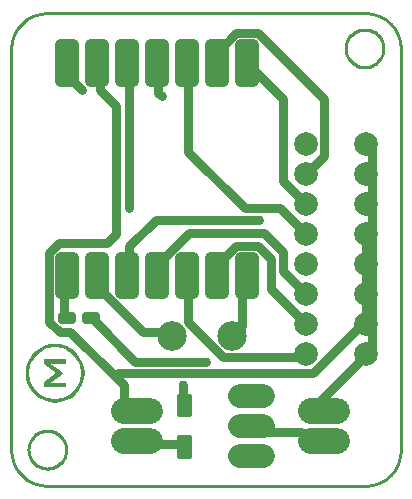
<source format=gtl>
G04 EAGLE Gerber RS-274X export*
G75*
%MOMM*%
%FSLAX34Y34*%
%LPD*%
%INTop Layer*%
%IPPOS*%
%AMOC8*
5,1,8,0,0,1.08239X$1,22.5*%
G01*
%ADD10C,0.000000*%
%ADD11C,0.001000*%
%ADD12C,2.200000*%
%ADD13C,2.000000*%
%ADD14C,0.500000*%
%ADD15C,0.254000*%
%ADD16C,2.500000*%
%ADD17C,1.000000*%
%ADD18R,0.200000X0.200000*%
%ADD19C,2.000000*%
%ADD20C,0.750000*%
%ADD21C,0.756400*%
%ADD22C,0.200000*%
%ADD23C,0.254000*%

G36*
X42030Y70752D02*
X42030Y70752D01*
X42030Y70753D01*
X42031Y70752D01*
X46713Y72203D01*
X46714Y72203D01*
X50952Y74498D01*
X54647Y77538D01*
X57699Y81222D01*
X57699Y81223D01*
X60008Y85452D01*
X60008Y85453D01*
X60009Y85453D01*
X61475Y90127D01*
X61475Y90128D01*
X61476Y90128D01*
X62000Y95348D01*
X62001Y95349D01*
X62000Y95349D01*
X62001Y95350D01*
X61476Y100371D01*
X61476Y100372D01*
X60010Y105047D01*
X60009Y105047D01*
X60009Y105048D01*
X57701Y109277D01*
X57700Y109278D01*
X54649Y112962D01*
X54648Y112962D01*
X54648Y112963D01*
X50953Y116002D01*
X50953Y116003D01*
X46714Y118297D01*
X42031Y119747D01*
X37004Y120253D01*
X37003Y120252D01*
X37003Y120253D01*
X31976Y119747D01*
X27293Y118297D01*
X27292Y118297D01*
X23053Y116003D01*
X23053Y116002D01*
X19357Y112963D01*
X19357Y112962D01*
X16305Y109278D01*
X16305Y109277D01*
X16304Y109277D01*
X13995Y105048D01*
X13995Y105047D01*
X12528Y100372D01*
X12528Y100371D01*
X12003Y95350D01*
X12004Y95349D01*
X12003Y95349D01*
X12528Y90128D01*
X12529Y90128D01*
X12529Y90127D01*
X13996Y85453D01*
X13996Y85452D01*
X16305Y81223D01*
X16306Y81223D01*
X16306Y81222D01*
X19358Y77538D01*
X19359Y77538D01*
X23054Y74498D01*
X23055Y74498D01*
X27293Y72203D01*
X27294Y72203D01*
X31976Y70752D01*
X31977Y70753D01*
X31977Y70752D01*
X37003Y70246D01*
X37004Y70246D01*
X42030Y70752D01*
G37*
%LPC*%
G36*
X34765Y73485D02*
X34765Y73485D01*
X32593Y73816D01*
X30496Y74355D01*
X28487Y75090D01*
X26575Y76011D01*
X24772Y77107D01*
X23087Y78366D01*
X21531Y79779D01*
X20126Y81326D01*
X18873Y83000D01*
X17782Y84792D01*
X16864Y86691D01*
X16129Y88686D01*
X15588Y90768D01*
X15251Y92926D01*
X15130Y95349D01*
X15129Y95350D01*
X15251Y97572D01*
X15587Y99730D01*
X16128Y101812D01*
X16863Y103808D01*
X17781Y105707D01*
X18873Y107499D01*
X20126Y109174D01*
X21531Y110720D01*
X23087Y112131D01*
X24772Y113390D01*
X26575Y114486D01*
X28487Y115407D01*
X30496Y116143D01*
X32593Y116682D01*
X34765Y117013D01*
X37004Y117126D01*
X39241Y117013D01*
X41413Y116682D01*
X43509Y116143D01*
X45518Y115407D01*
X47429Y114486D01*
X49232Y113390D01*
X50915Y112131D01*
X52469Y110720D01*
X53874Y109174D01*
X55128Y107499D01*
X56219Y105707D01*
X57138Y103808D01*
X57873Y101812D01*
X58415Y99730D01*
X58752Y97572D01*
X58874Y95350D01*
X58874Y95349D01*
X58751Y92926D01*
X58414Y90768D01*
X57872Y88686D01*
X57137Y86691D01*
X56218Y84792D01*
X55127Y83000D01*
X53874Y81326D01*
X52469Y79779D01*
X50915Y78366D01*
X49232Y77107D01*
X47429Y76011D01*
X45518Y75090D01*
X43509Y74355D01*
X41413Y73816D01*
X39241Y73485D01*
X37004Y73372D01*
X34765Y73485D01*
G37*
%LPD*%
G36*
X45858Y83558D02*
X45858Y83558D01*
X45904Y83560D01*
X45949Y83567D01*
X45992Y83577D01*
X45992Y83578D01*
X46033Y83593D01*
X46034Y83593D01*
X46073Y83612D01*
X46074Y83612D01*
X46111Y83635D01*
X46111Y83636D01*
X46147Y83662D01*
X46147Y83663D01*
X46147Y83662D01*
X46181Y83693D01*
X46210Y83726D01*
X46211Y83726D01*
X46237Y83762D01*
X46259Y83800D01*
X46278Y83840D01*
X46293Y83882D01*
X46304Y83925D01*
X46311Y83969D01*
X46310Y83969D01*
X46311Y83969D01*
X46313Y84013D01*
X46313Y86728D01*
X46311Y86774D01*
X46310Y86774D01*
X46311Y86774D01*
X46304Y86819D01*
X46293Y86862D01*
X46278Y86903D01*
X46278Y86904D01*
X46259Y86943D01*
X46237Y86980D01*
X46211Y87015D01*
X46210Y87015D01*
X46181Y87048D01*
X46147Y87081D01*
X46112Y87110D01*
X46111Y87110D01*
X46074Y87134D01*
X46073Y87134D01*
X46034Y87154D01*
X46033Y87154D01*
X45992Y87170D01*
X45949Y87181D01*
X45904Y87188D01*
X45858Y87191D01*
X45858Y87190D01*
X45857Y87191D01*
X33000Y87191D01*
X34307Y88143D01*
X43531Y94869D01*
X43575Y94902D01*
X43575Y94903D01*
X43576Y94903D01*
X43614Y94941D01*
X43614Y94942D01*
X43615Y94942D01*
X43648Y94984D01*
X43675Y95030D01*
X43675Y95031D01*
X43697Y95079D01*
X43713Y95130D01*
X43722Y95181D01*
X43722Y95182D01*
X43726Y95234D01*
X43722Y95289D01*
X43713Y95343D01*
X43713Y95344D01*
X43698Y95395D01*
X43697Y95395D01*
X43697Y95396D01*
X43676Y95445D01*
X43650Y95492D01*
X43649Y95492D01*
X43617Y95535D01*
X43580Y95574D01*
X43538Y95609D01*
X39604Y98502D01*
X38293Y99466D01*
X33058Y103315D01*
X45857Y103315D01*
X45858Y103315D01*
X45904Y103317D01*
X45904Y103318D01*
X45904Y103317D01*
X45949Y103324D01*
X45992Y103334D01*
X45992Y103335D01*
X45992Y103334D01*
X46033Y103350D01*
X46034Y103350D01*
X46073Y103369D01*
X46074Y103369D01*
X46111Y103393D01*
X46112Y103393D01*
X46147Y103421D01*
X46147Y103422D01*
X46181Y103454D01*
X46210Y103487D01*
X46211Y103487D01*
X46237Y103523D01*
X46259Y103561D01*
X46278Y103601D01*
X46293Y103643D01*
X46304Y103686D01*
X46311Y103730D01*
X46310Y103730D01*
X46311Y103730D01*
X46313Y103774D01*
X46313Y106482D01*
X46311Y106529D01*
X46310Y106529D01*
X46311Y106529D01*
X46304Y106574D01*
X46304Y106575D01*
X46293Y106618D01*
X46293Y106619D01*
X46278Y106661D01*
X46278Y106662D01*
X46259Y106702D01*
X46237Y106740D01*
X46237Y106741D01*
X46211Y106776D01*
X46210Y106776D01*
X46181Y106809D01*
X46147Y106838D01*
X46147Y106839D01*
X46111Y106865D01*
X46074Y106887D01*
X46073Y106887D01*
X46034Y106906D01*
X46033Y106906D01*
X45992Y106921D01*
X45949Y106932D01*
X45904Y106939D01*
X45858Y106941D01*
X45857Y106941D01*
X28494Y106941D01*
X28337Y106926D01*
X28336Y106926D01*
X28188Y106882D01*
X28187Y106882D01*
X28052Y106812D01*
X28051Y106812D01*
X27932Y106718D01*
X27932Y106717D01*
X27931Y106717D01*
X27832Y106603D01*
X27832Y106602D01*
X27756Y106468D01*
X27756Y106467D01*
X27708Y106317D01*
X27708Y106316D01*
X27691Y106152D01*
X27691Y106151D01*
X27691Y103106D01*
X27694Y103052D01*
X27694Y103051D01*
X27703Y103000D01*
X27704Y102999D01*
X27719Y102949D01*
X27739Y102901D01*
X27740Y102900D01*
X27766Y102854D01*
X27796Y102811D01*
X27797Y102811D01*
X27832Y102771D01*
X27871Y102734D01*
X27872Y102734D01*
X38065Y95234D01*
X27872Y87772D01*
X27872Y87771D01*
X27871Y87771D01*
X27832Y87736D01*
X27832Y87735D01*
X27797Y87696D01*
X27796Y87696D01*
X27766Y87653D01*
X27740Y87607D01*
X27739Y87607D01*
X27719Y87559D01*
X27719Y87558D01*
X27704Y87508D01*
X27703Y87508D01*
X27694Y87456D01*
X27691Y87403D01*
X27691Y84351D01*
X27708Y84186D01*
X27708Y84185D01*
X27756Y84034D01*
X27832Y83899D01*
X27931Y83783D01*
X27932Y83783D01*
X27932Y83782D01*
X28051Y83688D01*
X28052Y83688D01*
X28187Y83617D01*
X28188Y83617D01*
X28336Y83573D01*
X28337Y83573D01*
X28494Y83558D01*
X45857Y83558D01*
X45858Y83558D01*
G37*
D10*
X283050Y370160D02*
X283055Y370553D01*
X283069Y370945D01*
X283093Y371337D01*
X283127Y371728D01*
X283170Y372119D01*
X283223Y372508D01*
X283286Y372895D01*
X283357Y373281D01*
X283439Y373666D01*
X283529Y374048D01*
X283630Y374427D01*
X283739Y374805D01*
X283858Y375179D01*
X283985Y375550D01*
X284122Y375918D01*
X284268Y376283D01*
X284423Y376644D01*
X284586Y377001D01*
X284758Y377354D01*
X284939Y377702D01*
X285129Y378046D01*
X285326Y378386D01*
X285532Y378720D01*
X285746Y379049D01*
X285969Y379373D01*
X286199Y379691D01*
X286436Y380004D01*
X286682Y380310D01*
X286935Y380611D01*
X287195Y380905D01*
X287462Y381193D01*
X287736Y381474D01*
X288017Y381748D01*
X288305Y382015D01*
X288599Y382275D01*
X288900Y382528D01*
X289206Y382774D01*
X289519Y383011D01*
X289837Y383241D01*
X290161Y383464D01*
X290490Y383678D01*
X290824Y383884D01*
X291164Y384081D01*
X291508Y384271D01*
X291856Y384452D01*
X292209Y384624D01*
X292566Y384787D01*
X292927Y384942D01*
X293292Y385088D01*
X293660Y385225D01*
X294031Y385352D01*
X294405Y385471D01*
X294783Y385580D01*
X295162Y385681D01*
X295544Y385771D01*
X295929Y385853D01*
X296315Y385924D01*
X296702Y385987D01*
X297091Y386040D01*
X297482Y386083D01*
X297873Y386117D01*
X298265Y386141D01*
X298657Y386155D01*
X299050Y386160D01*
X299443Y386155D01*
X299835Y386141D01*
X300227Y386117D01*
X300618Y386083D01*
X301009Y386040D01*
X301398Y385987D01*
X301785Y385924D01*
X302171Y385853D01*
X302556Y385771D01*
X302938Y385681D01*
X303317Y385580D01*
X303695Y385471D01*
X304069Y385352D01*
X304440Y385225D01*
X304808Y385088D01*
X305173Y384942D01*
X305534Y384787D01*
X305891Y384624D01*
X306244Y384452D01*
X306592Y384271D01*
X306936Y384081D01*
X307276Y383884D01*
X307610Y383678D01*
X307939Y383464D01*
X308263Y383241D01*
X308581Y383011D01*
X308894Y382774D01*
X309200Y382528D01*
X309501Y382275D01*
X309795Y382015D01*
X310083Y381748D01*
X310364Y381474D01*
X310638Y381193D01*
X310905Y380905D01*
X311165Y380611D01*
X311418Y380310D01*
X311664Y380004D01*
X311901Y379691D01*
X312131Y379373D01*
X312354Y379049D01*
X312568Y378720D01*
X312774Y378386D01*
X312971Y378046D01*
X313161Y377702D01*
X313342Y377354D01*
X313514Y377001D01*
X313677Y376644D01*
X313832Y376283D01*
X313978Y375918D01*
X314115Y375550D01*
X314242Y375179D01*
X314361Y374805D01*
X314470Y374427D01*
X314571Y374048D01*
X314661Y373666D01*
X314743Y373281D01*
X314814Y372895D01*
X314877Y372508D01*
X314930Y372119D01*
X314973Y371728D01*
X315007Y371337D01*
X315031Y370945D01*
X315045Y370553D01*
X315050Y370160D01*
X315045Y369767D01*
X315031Y369375D01*
X315007Y368983D01*
X314973Y368592D01*
X314930Y368201D01*
X314877Y367812D01*
X314814Y367425D01*
X314743Y367039D01*
X314661Y366654D01*
X314571Y366272D01*
X314470Y365893D01*
X314361Y365515D01*
X314242Y365141D01*
X314115Y364770D01*
X313978Y364402D01*
X313832Y364037D01*
X313677Y363676D01*
X313514Y363319D01*
X313342Y362966D01*
X313161Y362618D01*
X312971Y362274D01*
X312774Y361934D01*
X312568Y361600D01*
X312354Y361271D01*
X312131Y360947D01*
X311901Y360629D01*
X311664Y360316D01*
X311418Y360010D01*
X311165Y359709D01*
X310905Y359415D01*
X310638Y359127D01*
X310364Y358846D01*
X310083Y358572D01*
X309795Y358305D01*
X309501Y358045D01*
X309200Y357792D01*
X308894Y357546D01*
X308581Y357309D01*
X308263Y357079D01*
X307939Y356856D01*
X307610Y356642D01*
X307276Y356436D01*
X306936Y356239D01*
X306592Y356049D01*
X306244Y355868D01*
X305891Y355696D01*
X305534Y355533D01*
X305173Y355378D01*
X304808Y355232D01*
X304440Y355095D01*
X304069Y354968D01*
X303695Y354849D01*
X303317Y354740D01*
X302938Y354639D01*
X302556Y354549D01*
X302171Y354467D01*
X301785Y354396D01*
X301398Y354333D01*
X301009Y354280D01*
X300618Y354237D01*
X300227Y354203D01*
X299835Y354179D01*
X299443Y354165D01*
X299050Y354160D01*
X298657Y354165D01*
X298265Y354179D01*
X297873Y354203D01*
X297482Y354237D01*
X297091Y354280D01*
X296702Y354333D01*
X296315Y354396D01*
X295929Y354467D01*
X295544Y354549D01*
X295162Y354639D01*
X294783Y354740D01*
X294405Y354849D01*
X294031Y354968D01*
X293660Y355095D01*
X293292Y355232D01*
X292927Y355378D01*
X292566Y355533D01*
X292209Y355696D01*
X291856Y355868D01*
X291508Y356049D01*
X291164Y356239D01*
X290824Y356436D01*
X290490Y356642D01*
X290161Y356856D01*
X289837Y357079D01*
X289519Y357309D01*
X289206Y357546D01*
X288900Y357792D01*
X288599Y358045D01*
X288305Y358305D01*
X288017Y358572D01*
X287736Y358846D01*
X287462Y359127D01*
X287195Y359415D01*
X286935Y359709D01*
X286682Y360010D01*
X286436Y360316D01*
X286199Y360629D01*
X285969Y360947D01*
X285746Y361271D01*
X285532Y361600D01*
X285326Y361934D01*
X285129Y362274D01*
X284939Y362618D01*
X284758Y362966D01*
X284586Y363319D01*
X284423Y363676D01*
X284268Y364037D01*
X284122Y364402D01*
X283985Y364770D01*
X283858Y365141D01*
X283739Y365515D01*
X283630Y365893D01*
X283529Y366272D01*
X283439Y366654D01*
X283357Y367039D01*
X283286Y367425D01*
X283223Y367812D01*
X283170Y368201D01*
X283127Y368592D01*
X283093Y368983D01*
X283069Y369375D01*
X283055Y369767D01*
X283050Y370160D01*
X14480Y30480D02*
X14485Y30873D01*
X14499Y31265D01*
X14523Y31657D01*
X14557Y32048D01*
X14600Y32439D01*
X14653Y32828D01*
X14716Y33215D01*
X14787Y33601D01*
X14869Y33986D01*
X14959Y34368D01*
X15060Y34747D01*
X15169Y35125D01*
X15288Y35499D01*
X15415Y35870D01*
X15552Y36238D01*
X15698Y36603D01*
X15853Y36964D01*
X16016Y37321D01*
X16188Y37674D01*
X16369Y38022D01*
X16559Y38366D01*
X16756Y38706D01*
X16962Y39040D01*
X17176Y39369D01*
X17399Y39693D01*
X17629Y40011D01*
X17866Y40324D01*
X18112Y40630D01*
X18365Y40931D01*
X18625Y41225D01*
X18892Y41513D01*
X19166Y41794D01*
X19447Y42068D01*
X19735Y42335D01*
X20029Y42595D01*
X20330Y42848D01*
X20636Y43094D01*
X20949Y43331D01*
X21267Y43561D01*
X21591Y43784D01*
X21920Y43998D01*
X22254Y44204D01*
X22594Y44401D01*
X22938Y44591D01*
X23286Y44772D01*
X23639Y44944D01*
X23996Y45107D01*
X24357Y45262D01*
X24722Y45408D01*
X25090Y45545D01*
X25461Y45672D01*
X25835Y45791D01*
X26213Y45900D01*
X26592Y46001D01*
X26974Y46091D01*
X27359Y46173D01*
X27745Y46244D01*
X28132Y46307D01*
X28521Y46360D01*
X28912Y46403D01*
X29303Y46437D01*
X29695Y46461D01*
X30087Y46475D01*
X30480Y46480D01*
X30873Y46475D01*
X31265Y46461D01*
X31657Y46437D01*
X32048Y46403D01*
X32439Y46360D01*
X32828Y46307D01*
X33215Y46244D01*
X33601Y46173D01*
X33986Y46091D01*
X34368Y46001D01*
X34747Y45900D01*
X35125Y45791D01*
X35499Y45672D01*
X35870Y45545D01*
X36238Y45408D01*
X36603Y45262D01*
X36964Y45107D01*
X37321Y44944D01*
X37674Y44772D01*
X38022Y44591D01*
X38366Y44401D01*
X38706Y44204D01*
X39040Y43998D01*
X39369Y43784D01*
X39693Y43561D01*
X40011Y43331D01*
X40324Y43094D01*
X40630Y42848D01*
X40931Y42595D01*
X41225Y42335D01*
X41513Y42068D01*
X41794Y41794D01*
X42068Y41513D01*
X42335Y41225D01*
X42595Y40931D01*
X42848Y40630D01*
X43094Y40324D01*
X43331Y40011D01*
X43561Y39693D01*
X43784Y39369D01*
X43998Y39040D01*
X44204Y38706D01*
X44401Y38366D01*
X44591Y38022D01*
X44772Y37674D01*
X44944Y37321D01*
X45107Y36964D01*
X45262Y36603D01*
X45408Y36238D01*
X45545Y35870D01*
X45672Y35499D01*
X45791Y35125D01*
X45900Y34747D01*
X46001Y34368D01*
X46091Y33986D01*
X46173Y33601D01*
X46244Y33215D01*
X46307Y32828D01*
X46360Y32439D01*
X46403Y32048D01*
X46437Y31657D01*
X46461Y31265D01*
X46475Y30873D01*
X46480Y30480D01*
X46475Y30087D01*
X46461Y29695D01*
X46437Y29303D01*
X46403Y28912D01*
X46360Y28521D01*
X46307Y28132D01*
X46244Y27745D01*
X46173Y27359D01*
X46091Y26974D01*
X46001Y26592D01*
X45900Y26213D01*
X45791Y25835D01*
X45672Y25461D01*
X45545Y25090D01*
X45408Y24722D01*
X45262Y24357D01*
X45107Y23996D01*
X44944Y23639D01*
X44772Y23286D01*
X44591Y22938D01*
X44401Y22594D01*
X44204Y22254D01*
X43998Y21920D01*
X43784Y21591D01*
X43561Y21267D01*
X43331Y20949D01*
X43094Y20636D01*
X42848Y20330D01*
X42595Y20029D01*
X42335Y19735D01*
X42068Y19447D01*
X41794Y19166D01*
X41513Y18892D01*
X41225Y18625D01*
X40931Y18365D01*
X40630Y18112D01*
X40324Y17866D01*
X40011Y17629D01*
X39693Y17399D01*
X39369Y17176D01*
X39040Y16962D01*
X38706Y16756D01*
X38366Y16559D01*
X38022Y16369D01*
X37674Y16188D01*
X37321Y16016D01*
X36964Y15853D01*
X36603Y15698D01*
X36238Y15552D01*
X35870Y15415D01*
X35499Y15288D01*
X35125Y15169D01*
X34747Y15060D01*
X34368Y14959D01*
X33986Y14869D01*
X33601Y14787D01*
X33215Y14716D01*
X32828Y14653D01*
X32439Y14600D01*
X32048Y14557D01*
X31657Y14523D01*
X31265Y14499D01*
X30873Y14485D01*
X30480Y14480D01*
X30087Y14485D01*
X29695Y14499D01*
X29303Y14523D01*
X28912Y14557D01*
X28521Y14600D01*
X28132Y14653D01*
X27745Y14716D01*
X27359Y14787D01*
X26974Y14869D01*
X26592Y14959D01*
X26213Y15060D01*
X25835Y15169D01*
X25461Y15288D01*
X25090Y15415D01*
X24722Y15552D01*
X24357Y15698D01*
X23996Y15853D01*
X23639Y16016D01*
X23286Y16188D01*
X22938Y16369D01*
X22594Y16559D01*
X22254Y16756D01*
X21920Y16962D01*
X21591Y17176D01*
X21267Y17399D01*
X20949Y17629D01*
X20636Y17866D01*
X20330Y18112D01*
X20029Y18365D01*
X19735Y18625D01*
X19447Y18892D01*
X19166Y19166D01*
X18892Y19447D01*
X18625Y19735D01*
X18365Y20029D01*
X18112Y20330D01*
X17866Y20636D01*
X17629Y20949D01*
X17399Y21267D01*
X17176Y21591D01*
X16962Y21920D01*
X16756Y22254D01*
X16559Y22594D01*
X16369Y22938D01*
X16188Y23286D01*
X16016Y23639D01*
X15853Y23996D01*
X15698Y24357D01*
X15552Y24722D01*
X15415Y25090D01*
X15288Y25461D01*
X15169Y25835D01*
X15060Y26213D01*
X14959Y26592D01*
X14869Y26974D01*
X14787Y27359D01*
X14716Y27745D01*
X14653Y28132D01*
X14600Y28521D01*
X14557Y28912D01*
X14523Y29303D01*
X14499Y29695D01*
X14485Y30087D01*
X14480Y30480D01*
D11*
X30000Y0D02*
X300000Y0D01*
X30000Y0D02*
X23954Y610D01*
X18323Y2358D01*
X13227Y5124D01*
X8787Y8787D01*
X5124Y13227D01*
X2358Y18323D01*
X610Y23954D01*
X0Y30000D01*
X0Y370000D01*
X610Y376046D01*
X2358Y381677D01*
X5124Y386773D01*
X8787Y391213D01*
X13227Y394877D01*
X18323Y397643D01*
X23954Y399391D01*
X30000Y400000D01*
X300000Y400000D01*
X306046Y399391D01*
X311677Y397643D01*
X316773Y394877D01*
X321213Y391213D01*
X324877Y386773D01*
X327643Y381677D01*
X329391Y376046D01*
X330000Y370000D01*
X330000Y30000D01*
X329391Y23954D01*
X327643Y18323D01*
X324877Y13227D01*
X321213Y8787D01*
X316773Y5124D01*
X311677Y2358D01*
X306046Y610D01*
X300000Y0D01*
D12*
X117250Y38100D02*
X95250Y38100D01*
X95250Y63500D02*
X117250Y63500D01*
X254000Y38100D02*
X276000Y38100D01*
X276000Y63500D02*
X254000Y63500D01*
D13*
X213200Y76200D02*
X193200Y76200D01*
X193200Y50800D02*
X213200Y50800D01*
X213200Y25400D02*
X193200Y25400D01*
D14*
X52150Y139740D02*
X42150Y139740D01*
X42150Y144740D01*
X52150Y144740D01*
X52150Y139740D01*
X52150Y144490D02*
X42150Y144490D01*
X62150Y139740D02*
X72150Y139740D01*
X62150Y139740D02*
X62150Y144740D01*
X72150Y144740D01*
X72150Y139740D01*
X72150Y144490D02*
X62150Y144490D01*
D15*
X151130Y42030D02*
X151130Y24570D01*
X140970Y24570D01*
X140970Y42030D01*
X151130Y42030D01*
X151130Y26983D02*
X140970Y26983D01*
X140970Y29396D02*
X151130Y29396D01*
X151130Y31809D02*
X140970Y31809D01*
X140970Y34222D02*
X151130Y34222D01*
X151130Y36635D02*
X140970Y36635D01*
X140970Y39048D02*
X151130Y39048D01*
X151130Y41461D02*
X140970Y41461D01*
X151130Y59570D02*
X151130Y77030D01*
X151130Y59570D02*
X140970Y59570D01*
X140970Y77030D01*
X151130Y77030D01*
X151130Y61983D02*
X140970Y61983D01*
X140970Y64396D02*
X151130Y64396D01*
X151130Y66809D02*
X140970Y66809D01*
X140970Y69222D02*
X151130Y69222D01*
X151130Y71635D02*
X140970Y71635D01*
X140970Y74048D02*
X151130Y74048D01*
X151130Y76461D02*
X140970Y76461D01*
D16*
X135700Y127000D03*
X186500Y127000D03*
D17*
X204800Y162800D02*
X204800Y192800D01*
X204800Y162800D02*
X194800Y162800D01*
X194800Y192800D01*
X204800Y192800D01*
X204800Y172300D02*
X194800Y172300D01*
X194800Y181800D02*
X204800Y181800D01*
X204800Y191300D02*
X194800Y191300D01*
X179400Y192800D02*
X179400Y162800D01*
X169400Y162800D01*
X169400Y192800D01*
X179400Y192800D01*
X179400Y172300D02*
X169400Y172300D01*
X169400Y181800D02*
X179400Y181800D01*
X179400Y191300D02*
X169400Y191300D01*
X154000Y192800D02*
X154000Y162800D01*
X144000Y162800D01*
X144000Y192800D01*
X154000Y192800D01*
X154000Y172300D02*
X144000Y172300D01*
X144000Y181800D02*
X154000Y181800D01*
X154000Y191300D02*
X144000Y191300D01*
X128600Y192800D02*
X128600Y162800D01*
X118600Y162800D01*
X118600Y192800D01*
X128600Y192800D01*
X128600Y172300D02*
X118600Y172300D01*
X118600Y181800D02*
X128600Y181800D01*
X128600Y191300D02*
X118600Y191300D01*
X103200Y192800D02*
X103200Y162800D01*
X93200Y162800D01*
X93200Y192800D01*
X103200Y192800D01*
X103200Y172300D02*
X93200Y172300D01*
X93200Y181800D02*
X103200Y181800D01*
X103200Y191300D02*
X93200Y191300D01*
X77800Y192800D02*
X77800Y162800D01*
X67800Y162800D01*
X67800Y192800D01*
X77800Y192800D01*
X77800Y172300D02*
X67800Y172300D01*
X67800Y181800D02*
X77800Y181800D01*
X77800Y191300D02*
X67800Y191300D01*
X52400Y192800D02*
X52400Y162800D01*
X42400Y162800D01*
X42400Y192800D01*
X52400Y192800D01*
X52400Y172300D02*
X42400Y172300D01*
X42400Y181800D02*
X52400Y181800D01*
X52400Y191300D02*
X42400Y191300D01*
X204800Y342800D02*
X204800Y372800D01*
X204800Y342800D02*
X194800Y342800D01*
X194800Y372800D01*
X204800Y372800D01*
X204800Y352300D02*
X194800Y352300D01*
X194800Y361800D02*
X204800Y361800D01*
X204800Y371300D02*
X194800Y371300D01*
X179400Y372800D02*
X179400Y342800D01*
X169400Y342800D01*
X169400Y372800D01*
X179400Y372800D01*
X179400Y352300D02*
X169400Y352300D01*
X169400Y361800D02*
X179400Y361800D01*
X179400Y371300D02*
X169400Y371300D01*
X154000Y372800D02*
X154000Y342800D01*
X144000Y342800D01*
X144000Y372800D01*
X154000Y372800D01*
X154000Y352300D02*
X144000Y352300D01*
X144000Y361800D02*
X154000Y361800D01*
X154000Y371300D02*
X144000Y371300D01*
X128600Y372800D02*
X128600Y342800D01*
X118600Y342800D01*
X118600Y372800D01*
X128600Y372800D01*
X128600Y352300D02*
X118600Y352300D01*
X118600Y361800D02*
X128600Y361800D01*
X128600Y371300D02*
X118600Y371300D01*
X103200Y372800D02*
X103200Y342800D01*
X93200Y342800D01*
X93200Y372800D01*
X103200Y372800D01*
X103200Y352300D02*
X93200Y352300D01*
X93200Y361800D02*
X103200Y361800D01*
X103200Y371300D02*
X93200Y371300D01*
X77800Y372800D02*
X77800Y342800D01*
X67800Y342800D01*
X67800Y372800D01*
X77800Y372800D01*
X77800Y352300D02*
X67800Y352300D01*
X67800Y361800D02*
X77800Y361800D01*
X77800Y371300D02*
X67800Y371300D01*
X52400Y372800D02*
X52400Y342800D01*
X42400Y342800D01*
X42400Y372800D01*
X52400Y372800D01*
X52400Y352300D02*
X42400Y352300D01*
X42400Y361800D02*
X52400Y361800D01*
X52400Y371300D02*
X42400Y371300D01*
D18*
X14140Y90570D03*
X14140Y100730D03*
D19*
X300400Y288900D03*
X249600Y288900D03*
X300400Y263500D03*
X249600Y263500D03*
X300400Y238100D03*
X249600Y238100D03*
X300400Y212700D03*
X249600Y212700D03*
X300400Y187300D03*
X249600Y187300D03*
X300400Y161900D03*
X249600Y161900D03*
X300400Y136500D03*
X249600Y136500D03*
X300400Y111100D03*
X249600Y111100D03*
D20*
X145000Y35000D02*
X100000Y35000D01*
X145000Y35000D02*
X146050Y33300D01*
X100000Y35000D02*
X95250Y38100D01*
X105000Y105000D02*
X70000Y140000D01*
X105000Y105000D02*
X165000Y105000D01*
X70000Y140000D02*
X67150Y142240D01*
D21*
X165000Y105000D03*
D20*
X145000Y85000D02*
X145000Y70000D01*
X60000Y335000D02*
X50000Y345000D01*
X50000Y355000D01*
X145000Y70000D02*
X146050Y68300D01*
X50000Y355000D02*
X47400Y357800D01*
D21*
X145000Y85000D03*
X60000Y335000D03*
D20*
X45000Y175000D02*
X45000Y145000D01*
X47150Y142240D01*
X45000Y175000D02*
X47400Y177800D01*
X132700Y130000D02*
X135700Y127000D01*
X75000Y175600D02*
X72800Y177800D01*
X111470Y130000D02*
X132700Y130000D01*
X111470Y130000D02*
X75000Y166470D01*
X75000Y175600D01*
X195000Y173000D02*
X199800Y177800D01*
X195000Y173000D02*
X195000Y135500D01*
X186500Y127000D01*
X305000Y265000D02*
X305000Y285000D01*
X305000Y265000D02*
X300400Y263500D01*
X305000Y285000D02*
X300400Y288900D01*
X305000Y235000D02*
X305000Y215000D01*
X300400Y212700D01*
X305000Y235000D02*
X300400Y238100D01*
X305000Y185000D02*
X305000Y165000D01*
X300400Y161900D01*
X305000Y185000D02*
X300400Y187300D01*
X305000Y135000D02*
X305000Y115000D01*
X300400Y111100D01*
X305000Y135000D02*
X300400Y136500D01*
X305000Y140000D02*
X305000Y160000D01*
X300400Y161900D01*
X305000Y140000D02*
X300400Y136500D01*
X305000Y190000D02*
X305000Y210000D01*
X300400Y212700D01*
X305000Y190000D02*
X300400Y187300D01*
X305000Y240000D02*
X305000Y260000D01*
X300400Y263500D01*
X305000Y240000D02*
X300400Y238100D01*
X95000Y85000D02*
X87500Y92500D01*
X50000Y130000D01*
X95000Y85000D02*
X95000Y65000D01*
X95250Y63500D01*
X87500Y92500D02*
X90000Y95000D01*
X75000Y355600D02*
X72800Y357800D01*
X50000Y130000D02*
X40896Y130000D01*
X75000Y335000D02*
X75000Y355600D01*
X32126Y138770D02*
X40896Y130000D01*
X32126Y138770D02*
X32126Y197056D01*
X40070Y205000D01*
X80763Y205000D01*
X88840Y213077D01*
X88840Y321160D01*
X75000Y335000D01*
X300000Y212300D02*
X300400Y212700D01*
X255101Y95000D02*
X90000Y95000D01*
X255101Y95000D02*
X300000Y139899D01*
X300000Y212300D01*
X300400Y111100D02*
X300400Y110400D01*
X254000Y64000D01*
X254000Y63500D01*
D21*
X127154Y329634D03*
D20*
X124153Y357247D02*
X123600Y357800D01*
X124153Y332635D02*
X127154Y329634D01*
X124153Y332635D02*
X124153Y357247D01*
X174400Y357800D02*
X175000Y358400D01*
X175000Y367530D01*
X264874Y278774D02*
X249600Y263500D01*
X264874Y278774D02*
X264874Y327256D01*
X209056Y383074D01*
X190544Y383074D01*
X175000Y367530D01*
X150000Y356800D02*
X149000Y357800D01*
X150000Y282847D02*
X197847Y235000D01*
X150000Y282847D02*
X150000Y356800D01*
X227300Y235000D02*
X249600Y212700D01*
X227300Y235000D02*
X197847Y235000D01*
D21*
X210000Y225000D03*
D20*
X100000Y179600D02*
X98200Y177800D01*
X122238Y225000D02*
X210000Y225000D01*
X122238Y225000D02*
X100000Y202762D01*
X100000Y179600D01*
X123600Y177800D02*
X125000Y179200D01*
X125000Y188330D01*
X230000Y181500D02*
X249600Y161900D01*
X230000Y181500D02*
X230000Y197762D01*
X213738Y214024D01*
X150694Y214024D01*
X125000Y188330D01*
X246100Y111100D02*
X249600Y111100D01*
X150000Y176800D02*
X149000Y177800D01*
X244226Y109226D02*
X246100Y111100D01*
X244226Y109226D02*
X179138Y109226D01*
X150000Y138364D01*
X150000Y176800D01*
X174400Y177800D02*
X175000Y178400D01*
X175000Y187530D01*
X220000Y166100D02*
X249600Y136500D01*
X220000Y166100D02*
X220000Y192130D01*
X209056Y203074D01*
X190544Y203074D01*
X175000Y187530D01*
X205000Y50000D02*
X210000Y45000D01*
X245000Y45000D01*
X250000Y40000D01*
X205000Y50000D02*
X203200Y50800D01*
X250000Y40000D02*
X254000Y38100D01*
X100000Y235000D02*
X100000Y355000D01*
X98200Y357800D01*
D21*
X100000Y235000D03*
D20*
X230000Y257700D02*
X249600Y238100D01*
X230000Y257700D02*
X230000Y327600D01*
X199800Y357800D01*
D22*
X14140Y100730D02*
X14140Y90570D01*
D23*
X0Y30000D02*
X610Y23954D01*
X2358Y18323D01*
X5124Y13227D01*
X8787Y8787D01*
X13227Y5124D01*
X18323Y2358D01*
X23954Y610D01*
X30000Y0D01*
X300000Y0D01*
X306046Y610D01*
X311677Y2358D01*
X316773Y5124D01*
X321213Y8787D01*
X324877Y13227D01*
X327643Y18323D01*
X329391Y23954D01*
X330000Y30000D01*
X330000Y370000D01*
X329391Y376046D01*
X327643Y381677D01*
X324877Y386773D01*
X321213Y391213D01*
X316773Y394877D01*
X311677Y397643D01*
X306046Y399391D01*
X300000Y400000D01*
X30000Y400000D01*
X23954Y399391D01*
X18323Y397643D01*
X13227Y394877D01*
X8787Y391213D01*
X5124Y386773D01*
X2358Y381677D01*
X610Y376046D01*
X0Y370000D01*
X0Y30000D01*
X315050Y369636D02*
X314982Y368591D01*
X314845Y367552D01*
X314640Y366525D01*
X314369Y365513D01*
X314033Y364521D01*
X313632Y363553D01*
X313168Y362614D01*
X312645Y361706D01*
X312063Y360835D01*
X311425Y360004D01*
X310734Y359217D01*
X309993Y358476D01*
X309206Y357785D01*
X308375Y357148D01*
X307504Y356566D01*
X306596Y356042D01*
X305657Y355578D01*
X304689Y355177D01*
X303697Y354841D01*
X302685Y354570D01*
X301658Y354365D01*
X300619Y354229D01*
X299574Y354160D01*
X298526Y354160D01*
X297481Y354229D01*
X296442Y354365D01*
X295415Y354570D01*
X294403Y354841D01*
X293411Y355177D01*
X292443Y355578D01*
X291504Y356042D01*
X290596Y356566D01*
X289725Y357148D01*
X288894Y357785D01*
X288107Y358476D01*
X287366Y359217D01*
X286675Y360004D01*
X286038Y360835D01*
X285456Y361706D01*
X284932Y362614D01*
X284468Y363553D01*
X284067Y364521D01*
X283731Y365513D01*
X283460Y366525D01*
X283255Y367552D01*
X283119Y368591D01*
X283050Y369636D01*
X283050Y370684D01*
X283119Y371729D01*
X283255Y372768D01*
X283460Y373795D01*
X283731Y374807D01*
X284067Y375799D01*
X284468Y376767D01*
X284932Y377706D01*
X285456Y378614D01*
X286038Y379485D01*
X286675Y380316D01*
X287366Y381103D01*
X288107Y381844D01*
X288894Y382535D01*
X289725Y383173D01*
X290596Y383755D01*
X291504Y384278D01*
X292443Y384742D01*
X293411Y385143D01*
X294403Y385479D01*
X295415Y385750D01*
X296442Y385955D01*
X297481Y386092D01*
X298526Y386160D01*
X299574Y386160D01*
X300619Y386092D01*
X301658Y385955D01*
X302685Y385750D01*
X303697Y385479D01*
X304689Y385143D01*
X305657Y384742D01*
X306596Y384278D01*
X307504Y383755D01*
X308375Y383173D01*
X309206Y382535D01*
X309993Y381844D01*
X310734Y381103D01*
X311425Y380316D01*
X312063Y379485D01*
X312645Y378614D01*
X313168Y377706D01*
X313632Y376767D01*
X314033Y375799D01*
X314369Y374807D01*
X314640Y373795D01*
X314845Y372768D01*
X314982Y371729D01*
X315050Y370684D01*
X315050Y369636D01*
X46480Y29956D02*
X46412Y28911D01*
X46275Y27872D01*
X46070Y26845D01*
X45799Y25833D01*
X45463Y24841D01*
X45062Y23873D01*
X44598Y22934D01*
X44075Y22026D01*
X43493Y21155D01*
X42855Y20324D01*
X42164Y19537D01*
X41423Y18796D01*
X40636Y18105D01*
X39805Y17468D01*
X38934Y16886D01*
X38026Y16362D01*
X37087Y15898D01*
X36119Y15497D01*
X35127Y15161D01*
X34115Y14890D01*
X33088Y14685D01*
X32049Y14549D01*
X31004Y14480D01*
X29956Y14480D01*
X28911Y14549D01*
X27872Y14685D01*
X26845Y14890D01*
X25833Y15161D01*
X24841Y15497D01*
X23873Y15898D01*
X22934Y16362D01*
X22026Y16886D01*
X21155Y17468D01*
X20324Y18105D01*
X19537Y18796D01*
X18796Y19537D01*
X18105Y20324D01*
X17468Y21155D01*
X16886Y22026D01*
X16362Y22934D01*
X15898Y23873D01*
X15497Y24841D01*
X15161Y25833D01*
X14890Y26845D01*
X14685Y27872D01*
X14549Y28911D01*
X14480Y29956D01*
X14480Y31004D01*
X14549Y32049D01*
X14685Y33088D01*
X14890Y34115D01*
X15161Y35127D01*
X15497Y36119D01*
X15898Y37087D01*
X16362Y38026D01*
X16886Y38934D01*
X17468Y39805D01*
X18105Y40636D01*
X18796Y41423D01*
X19537Y42164D01*
X20324Y42855D01*
X21155Y43493D01*
X22026Y44075D01*
X22934Y44598D01*
X23873Y45062D01*
X24841Y45463D01*
X25833Y45799D01*
X26845Y46070D01*
X27872Y46275D01*
X28911Y46412D01*
X29956Y46480D01*
X31004Y46480D01*
X32049Y46412D01*
X33088Y46275D01*
X34115Y46070D01*
X35127Y45799D01*
X36119Y45463D01*
X37087Y45062D01*
X38026Y44598D01*
X38934Y44075D01*
X39805Y43493D01*
X40636Y42855D01*
X41423Y42164D01*
X42164Y41423D01*
X42855Y40636D01*
X43493Y39805D01*
X44075Y38934D01*
X44598Y38026D01*
X45062Y37087D01*
X45463Y36119D01*
X45799Y35127D01*
X46070Y34115D01*
X46275Y33088D01*
X46412Y32049D01*
X46480Y31004D01*
X46480Y29956D01*
M02*

</source>
